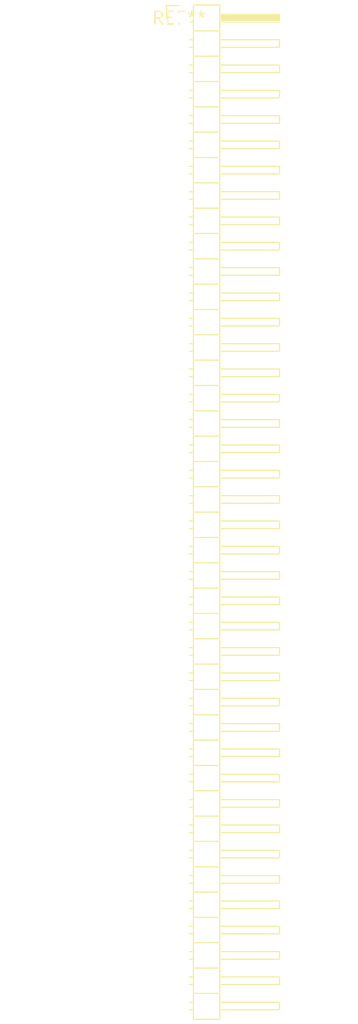
<source format=kicad_pcb>
(kicad_pcb (version 20240108) (generator pcbnew)
  (layers (0 "F.Cu" signal) (31 "B.Cu" signal) (34 "B.Paste" user) (35 "F.Paste" user) (36 "B.SilkS" user "B.Silkscreen") (37 "F.SilkS" user "F.Silkscreen") (38 "B.Mask" user) (39 "F.Mask" user) (44 "Edge.Cuts" user))
  (net 0 "")
  (footprint "PinHeader_1x40_P2.54mm_Horizontal" (layer "F.Cu") (at 0 0)
    (property "Reference" "REF**")
    (property "Value" "PinHeader_1x40_P2.54mm_Horizontal")
    (fp_line (start -1.27 -1.27) (end 0 -1.27) (layer "F.SilkS") (stroke (width 0.12)))
    (fp_line (start -1.27 0) (end -1.27 -1.27) (layer "F.SilkS") (stroke (width 0.12)))
    (fp_line (start 1.042929 2.16) (end 1.44 2.16) (layer "F.SilkS") (stroke (width 0.12)))
    (fp_line (start 1.042929 2.92) (end 1.44 2.92) (layer "F.SilkS") (stroke (width 0.12)))
    (fp_line (start 1.042929 4.7) (end 1.44 4.7) (layer "F.SilkS") (stroke (width 0.12)))
    (fp_line (start 1.042929 5.46) (end 1.44 5.46) (layer "F.SilkS") (stroke (width 0.12)))
    (fp_line (start 1.042929 7.24) (end 1.44 7.24) (layer "F.SilkS") (stroke (width 0.12)))
    (fp_line (start 1.042929 8) (end 1.44 8) (layer "F.SilkS") (stroke (width 0.12)))
    (fp_line (start 1.042929 9.78) (end 1.44 9.78) (layer "F.SilkS") (stroke (width 0.12)))
    (fp_line (start 1.042929 10.54) (end 1.44 10.54) (layer "F.SilkS") (stroke (width 0.12)))
    (fp_line (start 1.042929 12.32) (end 1.44 12.32) (layer "F.SilkS") (stroke (width 0.12)))
    (fp_line (start 1.042929 13.08) (end 1.44 13.08) (layer "F.SilkS") (stroke (width 0.12)))
    (fp_line (start 1.042929 14.86) (end 1.44 14.86) (layer "F.SilkS") (stroke (width 0.12)))
    (fp_line (start 1.042929 15.62) (end 1.44 15.62) (layer "F.SilkS") (stroke (width 0.12)))
    (fp_line (start 1.042929 17.4) (end 1.44 17.4) (layer "F.SilkS") (stroke (width 0.12)))
    (fp_line (start 1.042929 18.16) (end 1.44 18.16) (layer "F.SilkS") (stroke (width 0.12)))
    (fp_line (start 1.042929 19.94) (end 1.44 19.94) (layer "F.SilkS") (stroke (width 0.12)))
    (fp_line (start 1.042929 20.7) (end 1.44 20.7) (layer "F.SilkS") (stroke (width 0.12)))
    (fp_line (start 1.042929 22.48) (end 1.44 22.48) (layer "F.SilkS") (stroke (width 0.12)))
    (fp_line (start 1.042929 23.24) (end 1.44 23.24) (layer "F.SilkS") (stroke (width 0.12)))
    (fp_line (start 1.042929 25.02) (end 1.44 25.02) (layer "F.SilkS") (stroke (width 0.12)))
    (fp_line (start 1.042929 25.78) (end 1.44 25.78) (layer "F.SilkS") (stroke (width 0.12)))
    (fp_line (start 1.042929 27.56) (end 1.44 27.56) (layer "F.SilkS") (stroke (width 0.12)))
    (fp_line (start 1.042929 28.32) (end 1.44 28.32) (layer "F.SilkS") (stroke (width 0.12)))
    (fp_line (start 1.042929 30.1) (end 1.44 30.1) (layer "F.SilkS") (stroke (width 0.12)))
    (fp_line (start 1.042929 30.86) (end 1.44 30.86) (layer "F.SilkS") (stroke (width 0.12)))
    (fp_line (start 1.042929 32.64) (end 1.44 32.64) (layer "F.SilkS") (stroke (width 0.12)))
    (fp_line (start 1.042929 33.4) (end 1.44 33.4) (layer "F.SilkS") (stroke (width 0.12)))
    (fp_line (start 1.042929 35.18) (end 1.44 35.18) (layer "F.SilkS") (stroke (width 0.12)))
    (fp_line (start 1.042929 35.94) (end 1.44 35.94) (layer "F.SilkS") (stroke (width 0.12)))
    (fp_line (start 1.042929 37.72) (end 1.44 37.72) (layer "F.SilkS") (stroke (width 0.12)))
    (fp_line (start 1.042929 38.48) (end 1.44 38.48) (layer "F.SilkS") (stroke (width 0.12)))
    (fp_line (start 1.042929 40.26) (end 1.44 40.26) (layer "F.SilkS") (stroke (width 0.12)))
    (fp_line (start 1.042929 41.02) (end 1.44 41.02) (layer "F.SilkS") (stroke (width 0.12)))
    (fp_line (start 1.042929 42.8) (end 1.44 42.8) (layer "F.SilkS") (stroke (width 0.12)))
    (fp_line (start 1.042929 43.56) (end 1.44 43.56) (layer "F.SilkS") (stroke (width 0.12)))
    (fp_line (start 1.042929 45.34) (end 1.44 45.34) (layer "F.SilkS") (stroke (width 0.12)))
    (fp_line (start 1.042929 46.1) (end 1.44 46.1) (layer "F.SilkS") (stroke (width 0.12)))
    (fp_line (start 1.042929 47.88) (end 1.44 47.88) (layer "F.SilkS") (stroke (width 0.12)))
    (fp_line (start 1.042929 48.64) (end 1.44 48.64) (layer "F.SilkS") (stroke (width 0.12)))
    (fp_line (start 1.042929 50.42) (end 1.44 50.42) (layer "F.SilkS") (stroke (width 0.12)))
    (fp_line (start 1.042929 51.18) (end 1.44 51.18) (layer "F.SilkS") (stroke (width 0.12)))
    (fp_line (start 1.042929 52.96) (end 1.44 52.96) (layer "F.SilkS") (stroke (width 0.12)))
    (fp_line (start 1.042929 53.72) (end 1.44 53.72) (layer "F.SilkS") (stroke (width 0.12)))
    (fp_line (start 1.042929 55.5) (end 1.44 55.5) (layer "F.SilkS") (stroke (width 0.12)))
    (fp_line (start 1.042929 56.26) (end 1.44 56.26) (layer "F.SilkS") (stroke (width 0.12)))
    (fp_line (start 1.042929 58.04) (end 1.44 58.04) (layer "F.SilkS") (stroke (width 0.12)))
    (fp_line (start 1.042929 58.8) (end 1.44 58.8) (layer "F.SilkS") (stroke (width 0.12)))
    (fp_line (start 1.042929 60.58) (end 1.44 60.58) (layer "F.SilkS") (stroke (width 0.12)))
    (fp_line (start 1.042929 61.34) (end 1.44 61.34) (layer "F.SilkS") (stroke (width 0.12)))
    (fp_line (start 1.042929 63.12) (end 1.44 63.12) (layer "F.SilkS") (stroke (width 0.12)))
    (fp_line (start 1.042929 63.88) (end 1.44 63.88) (layer "F.SilkS") (stroke (width 0.12)))
    (fp_line (start 1.042929 65.66) (end 1.44 65.66) (layer "F.SilkS") (stroke (width 0.12)))
    (fp_line (start 1.042929 66.42) (end 1.44 66.42) (layer "F.SilkS") (stroke (width 0.12)))
    (fp_line (start 1.042929 68.2) (end 1.44 68.2) (layer "F.SilkS") (stroke (width 0.12)))
    (fp_line (start 1.042929 68.96) (end 1.44 68.96) (layer "F.SilkS") (stroke (width 0.12)))
    (fp_line (start 1.042929 70.74) (end 1.44 70.74) (layer "F.SilkS") (stroke (width 0.12)))
    (fp_line (start 1.042929 71.5) (end 1.44 71.5) (layer "F.SilkS") (stroke (width 0.12)))
    (fp_line (start 1.042929 73.28) (end 1.44 73.28) (layer "F.SilkS") (stroke (width 0.12)))
    (fp_line (start 1.042929 74.04) (end 1.44 74.04) (layer "F.SilkS") (stroke (width 0.12)))
    (fp_line (start 1.042929 75.82) (end 1.44 75.82) (layer "F.SilkS") (stroke (width 0.12)))
    (fp_line (start 1.042929 76.58) (end 1.44 76.58) (layer "F.SilkS") (stroke (width 0.12)))
    (fp_line (start 1.042929 78.36) (end 1.44 78.36) (layer "F.SilkS") (stroke (width 0.12)))
    (fp_line (start 1.042929 79.12) (end 1.44 79.12) (layer "F.SilkS") (stroke (width 0.12)))
    (fp_line (start 1.042929 80.9) (end 1.44 80.9) (layer "F.SilkS") (stroke (width 0.12)))
    (fp_line (start 1.042929 81.66) (end 1.44 81.66) (layer "F.SilkS") (stroke (width 0.12)))
    (fp_line (start 1.042929 83.44) (end 1.44 83.44) (layer "F.SilkS") (stroke (width 0.12)))
    (fp_line (start 1.042929 84.2) (end 1.44 84.2) (layer "F.SilkS") (stroke (width 0.12)))
    (fp_line (start 1.042929 85.98) (end 1.44 85.98) (layer "F.SilkS") (stroke (width 0.12)))
    (fp_line (start 1.042929 86.74) (end 1.44 86.74) (layer "F.SilkS") (stroke (width 0.12)))
    (fp_line (start 1.042929 88.52) (end 1.44 88.52) (layer "F.SilkS") (stroke (width 0.12)))
    (fp_line (start 1.042929 89.28) (end 1.44 89.28) (layer "F.SilkS") (stroke (width 0.12)))
    (fp_line (start 1.042929 91.06) (end 1.44 91.06) (layer "F.SilkS") (stroke (width 0.12)))
    (fp_line (start 1.042929 91.82) (end 1.44 91.82) (layer "F.SilkS") (stroke (width 0.12)))
    (fp_line (start 1.042929 93.6) (end 1.44 93.6) (layer "F.SilkS") (stroke (width 0.12)))
    (fp_line (start 1.042929 94.36) (end 1.44 94.36) (layer "F.SilkS") (stroke (width 0.12)))
    (fp_line (start 1.042929 96.14) (end 1.44 96.14) (layer "F.SilkS") (stroke (width 0.12)))
    (fp_line (start 1.042929 96.9) (end 1.44 96.9) (layer "F.SilkS") (stroke (width 0.12)))
    (fp_line (start 1.042929 98.68) (end 1.44 98.68) (layer "F.SilkS") (stroke (width 0.12)))
    (fp_line (start 1.042929 99.44) (end 1.44 99.44) (layer "F.SilkS") (stroke (width 0.12)))
    (fp_line (start 1.11 -0.38) (end 1.44 -0.38) (layer "F.SilkS") (stroke (width 0.12)))
    (fp_line (start 1.11 0.38) (end 1.44 0.38) (layer "F.SilkS") (stroke (width 0.12)))
    (fp_line (start 1.44 -1.33) (end 1.44 100.39) (layer "F.SilkS") (stroke (width 0.12)))
    (fp_line (start 1.44 1.27) (end 4.1 1.27) (layer "F.SilkS") (stroke (width 0.12)))
    (fp_line (start 1.44 3.81) (end 4.1 3.81) (layer "F.SilkS") (stroke (width 0.12)))
    (fp_line (start 1.44 6.35) (end 4.1 6.35) (layer "F.SilkS") (stroke (width 0.12)))
    (fp_line (start 1.44 8.89) (end 4.1 8.89) (layer "F.SilkS") (stroke (width 0.12)))
    (fp_line (start 1.44 11.43) (end 4.1 11.43) (layer "F.SilkS") (stroke (width 0.12)))
    (fp_line (start 1.44 13.97) (end 4.1 13.97) (layer "F.SilkS") (stroke (width 0.12)))
    (fp_line (start 1.44 16.51) (end 4.1 16.51) (layer "F.SilkS") (stroke (width 0.12)))
    (fp_line (start 1.44 19.05) (end 4.1 19.05) (layer "F.SilkS") (stroke (width 0.12)))
    (fp_line (start 1.44 21.59) (end 4.1 21.59) (layer "F.SilkS") (stroke (width 0.12)))
    (fp_line (start 1.44 24.13) (end 4.1 24.13) (layer "F.SilkS") (stroke (width 0.12)))
    (fp_line (start 1.44 26.67) (end 4.1 26.67) (layer "F.SilkS") (stroke (width 0.12)))
    (fp_line (start 1.44 29.21) (end 4.1 29.21) (layer "F.SilkS") (stroke (width 0.12)))
    (fp_line (start 1.44 31.75) (end 4.1 31.75) (layer "F.SilkS") (stroke (width 0.12)))
    (fp_line (start 1.44 34.29) (end 4.1 34.29) (layer "F.SilkS") (stroke (width 0.12)))
    (fp_line (start 1.44 36.83) (end 4.1 36.83) (layer "F.SilkS") (stroke (width 0.12)))
    (fp_line (start 1.44 39.37) (end 4.1 39.37) (layer "F.SilkS") (stroke (width 0.12)))
    (fp_line (start 1.44 41.91) (end 4.1 41.91) (layer "F.SilkS") (stroke (width 0.12)))
    (fp_line (start 1.44 44.45) (end 4.1 44.45) (layer "F.SilkS") (stroke (width 0.12)))
    (fp_line (start 1.44 46.99) (end 4.1 46.99) (layer "F.SilkS") (stroke (width 0.12)))
    (fp_line (start 1.44 49.53) (end 4.1 49.53) (layer "F.SilkS") (stroke (width 0.12)))
    (fp_line (start 1.44 52.07) (end 4.1 52.07) (layer "F.SilkS") (stroke (width 0.12)))
    (fp_line (start 1.44 54.61) (end 4.1 54.61) (layer "F.SilkS") (stroke (width 0.12)))
    (fp_line (start 1.44 57.15) (end 4.1 57.15) (layer "F.SilkS") (stroke (width 0.12)))
    (fp_line (start 1.44 59.69) (end 4.1 59.69) (layer "F.SilkS") (stroke (width 0.12)))
    (fp_line (start 1.44 62.23) (end 4.1 62.23) (layer "F.SilkS") (stroke (width 0.12)))
    (fp_line (start 1.44 64.77) (end 4.1 64.77) (layer "F.SilkS") (stroke (width 0.12)))
    (fp_line (start 1.44 67.31) (end 4.1 67.31) (layer "F.SilkS") (stroke (width 0.12)))
    (fp_line (start 1.44 69.85) (end 4.1 69.85) (layer "F.SilkS") (stroke (width 0.12)))
    (fp_line (start 1.44 72.39) (end 4.1 72.39) (layer "F.SilkS") (stroke (width 0.12)))
    (fp_line (start 1.44 74.93) (end 4.1 74.93) (layer "F.SilkS") (stroke (width 0.12)))
    (fp_line (start 1.44 77.47) (end 4.1 77.47) (layer "F.SilkS") (stroke (width 0.12)))
    (fp_line (start 1.44 80.01) (end 4.1 80.01) (layer "F.SilkS") (stroke (width 0.12)))
    (fp_line (start 1.44 82.55) (end 4.1 82.55) (layer "F.SilkS") (stroke (width 0.12)))
    (fp_line (start 1.44 85.09) (end 4.1 85.09) (layer "F.SilkS") (stroke (width 0.12)))
    (fp_line (start 1.44 87.63) (end 4.1 87.63) (layer "F.SilkS") (stroke (width 0.12)))
    (fp_line (start 1.44 90.17) (end 4.1 90.17) (layer "F.SilkS") (stroke (width 0.12)))
    (fp_line (start 1.44 92.71) (end 4.1 92.71) (layer "F.SilkS") (stroke (width 0.12)))
    (fp_line (start 1.44 95.25) (end 4.1 95.25) (layer "F.SilkS") (stroke (width 0.12)))
    (fp_line (start 1.44 97.79) (end 4.1 97.79) (layer "F.SilkS") (stroke (width 0.12)))
    (fp_line (start 1.44 100.39) (end 4.1 100.39) (layer "F.SilkS") (stroke (width 0.12)))
    (fp_line (start 4.1 -1.33) (end 1.44 -1.33) (layer "F.SilkS") (stroke (width 0.12)))
    (fp_line (start 4.1 -0.38) (end 10.1 -0.38) (layer "F.SilkS") (stroke (width 0.12)))
    (fp_line (start 4.1 -0.32) (end 10.1 -0.32) (layer "F.SilkS") (stroke (width 0.12)))
    (fp_line (start 4.1 -0.2) (end 10.1 -0.2) (layer "F.SilkS") (stroke (width 0.12)))
    (fp_line (start 4.1 -0.08) (end 10.1 -0.08) (layer "F.SilkS") (stroke (width 0.12)))
    (fp_line (start 4.1 0.04) (end 10.1 0.04) (layer "F.SilkS") (stroke (width 0.12)))
    (fp_line (start 4.1 0.16) (end 10.1 0.16) (layer "F.SilkS") (stroke (width 0.12)))
    (fp_line (start 4.1 0.28) (end 10.1 0.28) (layer "F.SilkS") (stroke (width 0.12)))
    (fp_line (start 4.1 2.16) (end 10.1 2.16) (layer "F.SilkS") (stroke (width 0.12)))
    (fp_line (start 4.1 4.7) (end 10.1 4.7) (layer "F.SilkS") (stroke (width 0.12)))
    (fp_line (start 4.1 7.24) (end 10.1 7.24) (layer "F.SilkS") (stroke (width 0.12)))
    (fp_line (start 4.1 9.78) (end 10.1 9.78) (layer "F.SilkS") (stroke (width 0.12)))
    (fp_line (start 4.1 12.32) (end 10.1 12.32) (layer "F.SilkS") (stroke (width 0.12)))
    (fp_line (start 4.1 14.86) (end 10.1 14.86) (layer "F.SilkS") (stroke (width 0.12)))
    (fp_line (start 4.1 17.4) (end 10.1 17.4) (layer "F.SilkS") (stroke (width 0.12)))
    (fp_line (start 4.1 19.94) (end 10.1 19.94) (layer "F.SilkS") (stroke (width 0.12)))
    (fp_line (start 4.1 22.48) (end 10.1 22.48) (layer "F.SilkS") (stroke (width 0.12)))
    (fp_line (start 4.1 25.02) (end 10.1 25.02) (layer "F.SilkS") (stroke (width 0.12)))
    (fp_line (start 4.1 27.56) (end 10.1 27.56) (layer "F.SilkS") (stroke (width 0.12)))
    (fp_line (start 4.1 30.1) (end 10.1 30.1) (layer "F.SilkS") (stroke (width 0.12)))
    (fp_line (start 4.1 32.64) (end 10.1 32.64) (layer "F.SilkS") (stroke (width 0.12)))
    (fp_line (start 4.1 35.18) (end 10.1 35.18) (layer "F.SilkS") (stroke (width 0.12)))
    (fp_line (start 4.1 37.72) (end 10.1 37.72) (layer "F.SilkS") (stroke (width 0.12)))
    (fp_line (start 4.1 40.26) (end 10.1 40.26) (layer "F.SilkS") (stroke (width 0.12)))
    (fp_line (start 4.1 42.8) (end 10.1 42.8) (layer "F.SilkS") (stroke (width 0.12)))
    (fp_line (start 4.1 45.34) (end 10.1 45.34) (layer "F.SilkS") (stroke (width 0.12)))
    (fp_line (start 4.1 47.88) (end 10.1 47.88) (layer "F.SilkS") (stroke (width 0.12)))
    (fp_line (start 4.1 50.42) (end 10.1 50.42) (layer "F.SilkS") (stroke (width 0.12)))
    (fp_line (start 4.1 52.96) (end 10.1 52.96) (layer "F.SilkS") (stroke (width 0.12)))
    (fp_line (start 4.1 55.5) (end 10.1 55.5) (layer "F.SilkS") (stroke (width 0.12)))
    (fp_line (start 4.1 58.04) (end 10.1 58.04) (layer "F.SilkS") (stroke (width 0.12)))
    (fp_line (start 4.1 60.58) (end 10.1 60.58) (layer "F.SilkS") (stroke (width 0.12)))
    (fp_line (start 4.1 63.12) (end 10.1 63.12) (layer "F.SilkS") (stroke (width 0.12)))
    (fp_line (start 4.1 65.66) (end 10.1 65.66) (layer "F.SilkS") (stroke (width 0.12)))
    (fp_line (start 4.1 68.2) (end 10.1 68.2) (layer "F.SilkS") (stroke (width 0.12)))
    (fp_line (start 4.1 70.74) (end 10.1 70.74) (layer "F.SilkS") (stroke (width 0.12)))
    (fp_line (start 4.1 73.28) (end 10.1 73.28) (layer "F.SilkS") (stroke (width 0.12)))
    (fp_line (start 4.1 75.82) (end 10.1 75.82) (layer "F.SilkS") (stroke (width 0.12)))
    (fp_line (start 4.1 78.36) (end 10.1 78.36) (layer "F.SilkS") (stroke (width 0.12)))
    (fp_line (start 4.1 80.9) (end 10.1 80.9) (layer "F.SilkS") (stroke (width 0.12)))
    (fp_line (start 4.1 83.44) (end 10.1 83.44) (layer "F.SilkS") (stroke (width 0.12)))
    (fp_line (start 4.1 85.98) (end 10.1 85.98) (layer "F.SilkS") (stroke (width 0.12)))
    (fp_line (start 4.1 88.52) (end 10.1 88.52) (layer "F.SilkS") (stroke (width 0.12)))
    (fp_line (start 4.1 91.06) (end 10.1 91.06) (layer "F.SilkS") (stroke (width 0.12)))
    (fp_line (start 4.1 93.6) (end 10.1 93.6) (layer "F.SilkS") (stroke (width 0.12)))
    (fp_line (start 4.1 96.14) (end 10.1 96.14) (layer "F.SilkS") (stroke (width 0.12)))
    (fp_line (start 4.1 98.68) (end 10.1 98.68) (layer "F.SilkS") (stroke (width 0.12)))
    (fp_line (start 4.1 100.39) (end 4.1 -1.33) (layer "F.SilkS") (stroke (width 0.12)))
    (fp_line (start 10.1 -0.38) (end 10.1 0.38) (layer "F.SilkS") (stroke (width 0.12)))
    (fp_line (start 10.1 0.38) (end 4.1 0.38) (layer "F.SilkS") (stroke (width 0.12)))
    (fp_line (start 10.1 2.16) (end 10.1 2.92) (layer "F.SilkS") (stroke (width 0.12)))
    (fp_line (start 10.1 2.92) (end 4.1 2.92) (layer "F.SilkS") (stroke (width 0.12)))
    (fp_line (start 10.1 4.7) (end 10.1 5.46) (layer "F.SilkS") (stroke (width 0.12)))
    (fp_line (start 10.1 5.46) (end 4.1 5.46) (layer "F.SilkS") (stroke (width 0.12)))
    (fp_line (start 10.1 7.24) (end 10.1 8) (layer "F.SilkS") (stroke (width 0.12)))
    (fp_line (start 10.1 8) (end 4.1 8) (layer "F.SilkS") (stroke (width 0.12)))
    (fp_line (start 10.1 9.78) (end 10.1 10.54) (layer "F.SilkS") (stroke (width 0.12)))
    (fp_line (start 10.1 10.54) (end 4.1 10.54) (layer "F.SilkS") (stroke (width 0.12)))
    (fp_line (start 10.1 12.32) (end 10.1 13.08) (layer "F.SilkS") (stroke (width 0.12)))
    (fp_line (start 10.1 13.08) (end 4.1 13.08) (layer "F.SilkS") (stroke (width 0.12)))
    (fp_line (start 10.1 14.86) (end 10.1 15.62) (layer "F.SilkS") (stroke (width 0.12)))
    (fp_line (start 10.1 15.62) (end 4.1 15.62) (layer "F.SilkS") (stroke (width 0.12)))
    (fp_line (start 10.1 17.4) (end 10.1 18.16) (layer "F.SilkS") (stroke (width 0.12)))
    (fp_line (start 10.1 18.16) (end 4.1 18.16) (layer "F.SilkS") (stroke (width 0.12)))
    (fp_line (start 10.1 19.94) (end 10.1 20.7) (layer "F.SilkS") (stroke (width 0.12)))
    (fp_line (start 10.1 20.7) (end 4.1 20.7) (layer "F.SilkS") (stroke (width 0.12)))
    (fp_line (start 10.1 22.48) (end 10.1 23.24) (layer "F.SilkS") (stroke (width 0.12)))
    (fp_line (start 10.1 23.24) (end 4.1 23.24) (layer "F.SilkS") (stroke (width 0.12)))
    (fp_line (start 10.1 25.02) (end 10.1 25.78) (layer "F.SilkS") (stroke (width 0.12)))
    (fp_line (start 10.1 25.78) (end 4.1 25.78) (layer "F.SilkS") (stroke (width 0.12)))
    (fp_line (start 10.1 27.56) (end 10.1 28.32) (layer "F.SilkS") (stroke (width 0.12)))
    (fp_line (start 10.1 28.32) (end 4.1 28.32) (layer "F.SilkS") (stroke (width 0.12)))
    (fp_line (start 10.1 30.1) (end 10.1 30.86) (layer "F.SilkS") (stroke (width 0.12)))
    (fp_line (start 10.1 30.86) (end 4.1 30.86) (layer "F.SilkS") (stroke (width 0.12)))
    (fp_line (start 10.1 32.64) (end 10.1 33.4) (layer "F.SilkS") (stroke (width 0.12)))
    (fp_line (start 10.1 33.4) (end 4.1 33.4) (layer "F.SilkS") (stroke (width 0.12)))
    (fp_line (start 10.1 35.18) (end 10.1 35.94) (layer "F.SilkS") (stroke (width 0.12)))
    (fp_line (start 10.1 35.94) (end 4.1 35.94) (layer "F.SilkS") (stroke (width 0.12)))
    (fp_line (start 10.1 37.72) (end 10.1 38.48) (layer "F.SilkS") (stroke (width 0.12)))
    (fp_line (start 10.1 38.48) (end 4.1 38.48) (layer "F.SilkS") (stroke (width 0.12)))
    (fp_line (start 10.1 40.26) (end 10.1 41.02) (layer "F.SilkS") (stroke (width 0.12)))
    (fp_line (start 10.1 41.02) (end 4.1 41.02) (layer "F.SilkS") (stroke (width 0.12)))
    (fp_line (start 10.1 42.8) (end 10.1 43.56) (layer "F.SilkS") (stroke (width 0.12)))
    (fp_line (start 10.1 43.56) (end 4.1 43.56) (layer "F.SilkS") (stroke (width 0.12)))
    (fp_line (start 10.1 45.34) (end 10.1 46.1) (layer "F.SilkS") (stroke (width 0.12)))
    (fp_line (start 10.1 46.1) (end 4.1 46.1) (layer "F.SilkS") (stroke (width 0.12)))
    (fp_line (start 10.1 47.88) (end 10.1 48.64) (layer "F.SilkS") (stroke (width 0.12)))
    (fp_line (start 10.1 48.64) (end 4.1 48.64) (layer "F.SilkS") (stroke (width 0.12)))
    (fp_line (start 10.1 50.42) (end 10.1 51.18) (layer "F.SilkS") (stroke (width 0.12)))
    (fp_line (start 10.1 51.18) (end 4.1 51.18) (layer "F.SilkS") (stroke (width 0.12)))
    (fp_line (start 10.1 52.96) (end 10.1 53.72) (layer "F.SilkS") (stroke (width 0.12)))
    (fp_line (start 10.1 53.72) (end 4.1 53.72) (layer "F.SilkS") (stroke (width 0.12)))
    (fp_line (start 10.1 55.5) (end 10.1 56.26) (layer "F.SilkS") (stroke (width 0.12)))
    (fp_line (start 10.1 56.26) (end 4.1 56.26) (layer "F.SilkS") (stroke (width 0.12)))
    (fp_line (start 10.1 58.04) (end 10.1 58.8) (layer "F.SilkS") (stroke (width 0.12)))
    (fp_line (start 10.1 58.8) (end 4.1 58.8) (layer "F.SilkS") (stroke (width 0.12)))
    (fp_line (start 10.1 60.58) (end 10.1 61.34) (layer "F.SilkS") (stroke (width 0.12)))
    (fp_line (start 10.1 61.34) (end 4.1 61.34) (layer "F.SilkS") (stroke (width 0.12)))
    (fp_line (start 10.1 63.12) (end 10.1 63.88) (layer "F.SilkS") (stroke (width 0.12)))
    (fp_line (start 10.1 63.88) (end 4.1 63.88) (layer "F.SilkS") (stroke (width 0.12)))
    (fp_line (start 10.1 65.66) (end 10.1 66.42) (layer "F.SilkS") (stroke (width 0.12)))
    (fp_line (start 10.1 66.42) (end 4.1 66.42) (layer "F.SilkS") (stroke (width 0.12)))
    (fp_line (start 10.1 68.2) (end 10.1 68.96) (layer "F.SilkS") (stroke (width 0.12)))
    (fp_line (start 10.1 68.96) (end 4.1 68.96) (layer "F.SilkS") (stroke (width 0.12)))
    (fp_line (start 10.1 70.74) (end 10.1 71.5) (layer "F.SilkS") (stroke (width 0.12)))
    (fp_line (start 10.1 71.5) (end 4.1 71.5) (layer "F.SilkS") (stroke (width 0.12)))
    (fp_line (start 10.1 73.28) (end 10.1 74.04) (layer "F.SilkS") (stroke (width 0.12)))
    (fp_line (start 10.1 74.04) (end 4.1 74.04) (layer "F.SilkS") (stroke (width 0.12)))
    (fp_line (start 10.1 75.82) (end 10.1 76.58) (layer "F.SilkS") (stroke (width 0.12)))
    (fp_line (start 10.1 76.58) (end 4.1 76.58) (layer "F.SilkS") (stroke (width 0.12)))
    (fp_line (start 10.1 78.36) (end 10.1 79.12) (layer "F.SilkS") (stroke (width 0.12)))
    (fp_line (start 10.1 79.12) (end 4.1 79.12) (layer "F.SilkS") (stroke (width 0.12)))
    (fp_line (start 10.1 80.9) (end 10.1 81.66) (layer "F.SilkS") (stroke (width 0.12)))
    (fp_line (start 10.1 81.66) (end 4.1 81.66) (layer "F.SilkS") (stroke (width 0.12)))
    (fp_line (start 10.1 83.44) (end 10.1 84.2) (layer "F.SilkS") (stroke (width 0.12)))
    (fp_line (start 10.1 84.2) (end 4.1 84.2) (layer "F.SilkS") (stroke (width 0.12)))
    (fp_line (start 10.1 85.98) (end 10.1 86.74) (layer "F.SilkS") (stroke (width 0.12)))
    (fp_line (start 10.1 86.74) (end 4.1 86.74) (layer "F.SilkS") (stroke (width 0.12)))
    (fp_line (start 10.1 88.52) (end 10.1 89.28) (layer "F.SilkS") (stroke (width 0.12)))
    (fp_line (start 10.1 89.28) (end 4.1 89.28) (layer "F.SilkS") (stroke (width 0.12)))
    (fp_line (start 10.1 91.06) (end 10.1 91.82) (layer "F.SilkS") (stroke (width 0.12)))
    (fp_line (start 10.1 91.82) (end 4.1 91.82) (layer "F.SilkS") (stroke (width 0.12)))
    (fp_line (start 10.1 93.6) (end 10.1 94.36) (layer "F.SilkS") (stroke (width 0.12)))
    (fp_line (start 10.1 94.36) (end 4.1 94.36) (layer "F.SilkS") (stroke (width 0.12)))
    (fp_line (start 10.1 96.14) (end 10.1 96.9) (layer "F.SilkS") (stroke (width 0.12)))
    (fp_line (start 10.1 96.9) (end 4.1 96.9) (layer "F.SilkS") (stroke (width 0.12)))
    (fp_line (start 10.1 98.68) (end 10.1 99.44) (layer "F.SilkS") (stroke (width 0.12)))
    (fp_line (start 10.1 99.44) (end 4.1 99.44) (layer "F.SilkS") (stroke (width 0.12)))
    (pad "1" thru_hole rect (at 0 0) (size 1.7 1.7) (drill 1) (layers *.Cu *.Mask) (remove_unused_layers))
    (pad "2" thru_hole oval (at 0 2.54) (size 1.7 1.7) (drill 1) (layers *.Cu *.Mask) (remove_unused_layers))
    (pad "3" thru_hole oval (at 0 5.08) (size 1.7 1.7) (drill 1) (layers *.Cu *.Mask) (remove_unused_layers))
    (pad "4" thru_hole oval (at 0 7.62) (size 1.7 1.7) (drill 1) (layers *.Cu *.Mask) (remove_unused_layers))
    (pad "5" thru_hole oval (at 0 10.16) (size 1.7 1.7) (drill 1) (layers *.Cu *.Mask) (remove_unused_layers))
    (pad "6" thru_hole oval (at 0 12.7) (size 1.7 1.7) (drill 1) (layers *.Cu *.Mask) (remove_unused_layers))
    (pad "7" thru_hole oval (at 0 15.24) (size 1.7 1.7) (drill 1) (layers *.Cu *.Mask) (remove_unused_layers))
    (pad "8" thru_hole oval (at 0 17.78) (size 1.7 1.7) (drill 1) (layers *.Cu *.Mask) (remove_unused_layers))
    (pad "9" thru_hole oval (at 0 20.32) (size 1.7 1.7) (drill 1) (layers *.Cu *.Mask) (remove_unused_layers))
    (pad "10" thru_hole oval (at 0 22.86) (size 1.7 1.7) (drill 1) (layers *.Cu *.Mask) (remove_unused_layers))
    (pad "11" thru_hole oval (at 0 25.4) (size 1.7 1.7) (drill 1) (layers *.Cu *.Mask) (remove_unused_layers))
    (pad "12" thru_hole oval (at 0 27.94) (size 1.7 1.7) (drill 1) (layers *.Cu *.Mask) (remove_unused_layers))
    (pad "13" thru_hole oval (at 0 30.48) (size 1.7 1.7) (drill 1) (layers *.Cu *.Mask) (remove_unused_layers))
    (pad "14" thru_hole oval (at 0 33.02) (size 1.7 1.7) (drill 1) (layers *.Cu *.Mask) (remove_unused_layers))
    (pad "15" thru_hole oval (at 0 35.56) (size 1.7 1.7) (drill 1) (layers *.Cu *.Mask) (remove_unused_layers))
    (pad "16" thru_hole oval (at 0 38.1) (size 1.7 1.7) (drill 1) (layers *.Cu *.Mask) (remove_unused_layers))
    (pad "17" thru_hole oval (at 0 40.64) (size 1.7 1.7) (drill 1) (layers *.Cu *.Mask) (remove_unused_layers))
    (pad "18" thru_hole oval (at 0 43.18) (size 1.7 1.7) (drill 1) (layers *.Cu *.Mask) (remove_unused_layers))
    (pad "19" thru_hole oval (at 0 45.72) (size 1.7 1.7) (drill 1) (layers *.Cu *.Mask) (remove_unused_layers))
    (pad "20" thru_hole oval (at 0 48.26) (size 1.7 1.7) (drill 1) (layers *.Cu *.Mask) (remove_unused_layers))
    (pad "21" thru_hole oval (at 0 50.8) (size 1.7 1.7) (drill 1) (layers *.Cu *.Mask) (remove_unused_layers))
    (pad "22" thru_hole oval (at 0 53.34) (size 1.7 1.7) (drill 1) (layers *.Cu *.Mask) (remove_unused_layers))
    (pad "23" thru_hole oval (at 0 55.88) (size 1.7 1.7) (drill 1) (layers *.Cu *.Mask) (remove_unused_layers))
    (pad "24" thru_hole oval (at 0 58.42) (size 1.7 1.7) (drill 1) (layers *.Cu *.Mask) (remove_unused_layers))
    (pad "25" thru_hole oval (at 0 60.96) (size 1.7 1.7) (drill 1) (layers *.Cu *.Mask) (remove_unused_layers))
    (pad "26" thru_hole oval (at 0 63.5) (size 1.7 1.7) (drill 1) (layers *.Cu *.Mask) (remove_unused_layers))
    (pad "27" thru_hole oval (at 0 66.04) (size 1.7 1.7) (drill 1) (layers *.Cu *.Mask) (remove_unused_layers))
    (pad "28" thru_hole oval (at 0 68.58) (size 1.7 1.7) (drill 1) (layers *.Cu *.Mask) (remove_unused_layers))
    (pad "29" thru_hole oval (at 0 71.12) (size 1.7 1.7) (drill 1) (layers *.Cu *.Mask) (remove_unused_layers))
    (pad "30" thru_hole oval (at 0 73.66) (size 1.7 1.7) (drill 1) (layers *.Cu *.Mask) (remove_unused_layers))
    (pad "31" thru_hole oval (at 0 76.2) (size 1.7 1.7) (drill 1) (layers *.Cu *.Mask) (remove_unused_layers))
    (pad "32" thru_hole oval (at 0 78.74) (size 1.7 1.7) (drill 1) (layers *.Cu *.Mask) (remove_unused_layers))
    (pad "33" thru_hole oval (at 0 81.28) (size 1.7 1.7) (drill 1) (layers *.Cu *.Mask) (remove_unused_layers))
    (pad "34" thru_hole oval (at 0 83.82) (size 1.7 1.7) (drill 1) (layers *.Cu *.Mask) (remove_unused_layers))
    (pad "35" thru_hole oval (at 0 86.36) (size 1.7 1.7) (drill 1) (layers *.Cu *.Mask) (remove_unused_layers))
    (pad "36" thru_hole oval (at 0 88.9) (size 1.7 1.7) (drill 1) (layers *.Cu *.Mask) (remove_unused_layers))
    (pad "37" thru_hole oval (at 0 91.44) (size 1.7 1.7) (drill 1) (layers *.Cu *.Mask) (remove_unused_layers))
    (pad "38" thru_hole oval (at 0 93.98) (size 1.7 1.7) (drill 1) (layers *.Cu *.Mask) (remove_unused_layers))
    (pad "39" thru_hole oval (at 0 96.52) (size 1.7 1.7) (drill 1) (layers *.Cu *.Mask) (remove_unused_layers))
    (pad "40" thru_hole oval (at 0 99.06) (size 1.7 1.7) (drill 1) (layers *.Cu *.Mask) (remove_unused_layers))
  )
)
</source>
